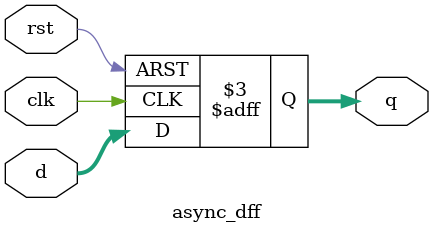
<source format=sv>
module async_dff(clk, rst, d, q); 
	parameter DATA_SIZE = 0;
	
	input logic clk;
	input logic rst;
	input logic [0:DATA_SIZE-1] d;
	output logic [0:DATA_SIZE-1] q;
	
	always_ff@(posedge clk or negedge rst)
	begin
		if(~rst)
			q <= 0;
		else
			q <= d;
		end
	endmodule
	
</source>
